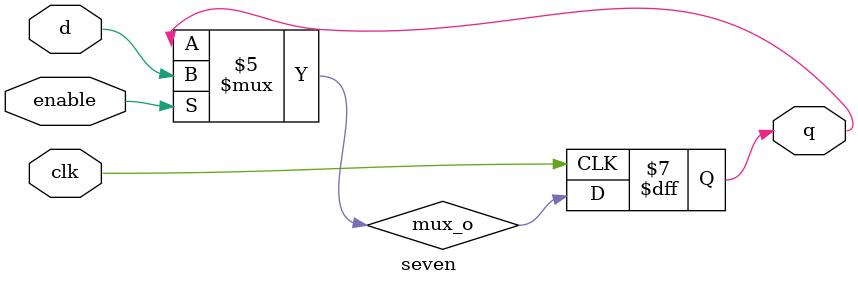
<source format=v>
module seven(d,clk,enable,q);
input d,clk,enable;
  output reg q;
  reg mux_o;
 always@(*)
    begin
      if(!enable)
        mux_o=q;
      else
        mux_o=d;
    end
  always@(posedge clk)
      q=mux_o;
endmodule
      

</source>
